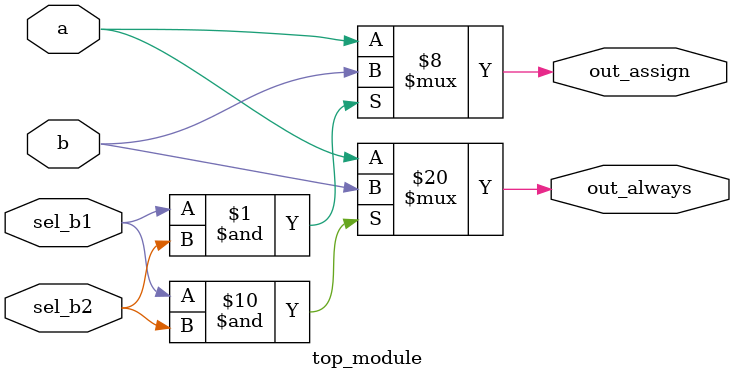
<source format=v>
module top_module(
  input a,
  input b,
  input sel_b1,
  input sel_b2,
  output wire out_assign,
  output reg out_always   ); 
    
  assign out_assign = (sel_b1 & sel_b2) ? b : (
    (sel_b1 & ~sel_b2) ? a : (
      (~sel_b1 & sel_b2) ? a : a));
  
  always @(*) begin
      
    if (sel_b1 & sel_b2)
      out_always <= b;
    
    else if (sel_b1 & ~sel_b2)
      out_always <= a;
        
    else if (~sel_b1 & sel_b2)
      out_always <= a;
    
    else
      out_always <= a;
      
  end

endmodule
</source>
